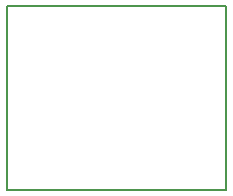
<source format=gbr>
G04*
G04 #@! TF.GenerationSoftware,Altium Limited,Altium Designer,24.10.1 (45)*
G04*
G04 Layer_Color=32768*
%FSLAX25Y25*%
%MOIN*%
G70*
G04*
G04 #@! TF.SameCoordinates,CBAACD6F-12D9-4D4A-9EA7-E70620961981*
G04*
G04*
G04 #@! TF.FilePolarity,Positive*
G04*
G01*
G75*
%ADD10C,0.00787*%
D10*
X73622Y14567D02*
Y75984D01*
X394D02*
X73622D01*
X394Y14567D02*
X73622D01*
X394D02*
Y75984D01*
M02*

</source>
